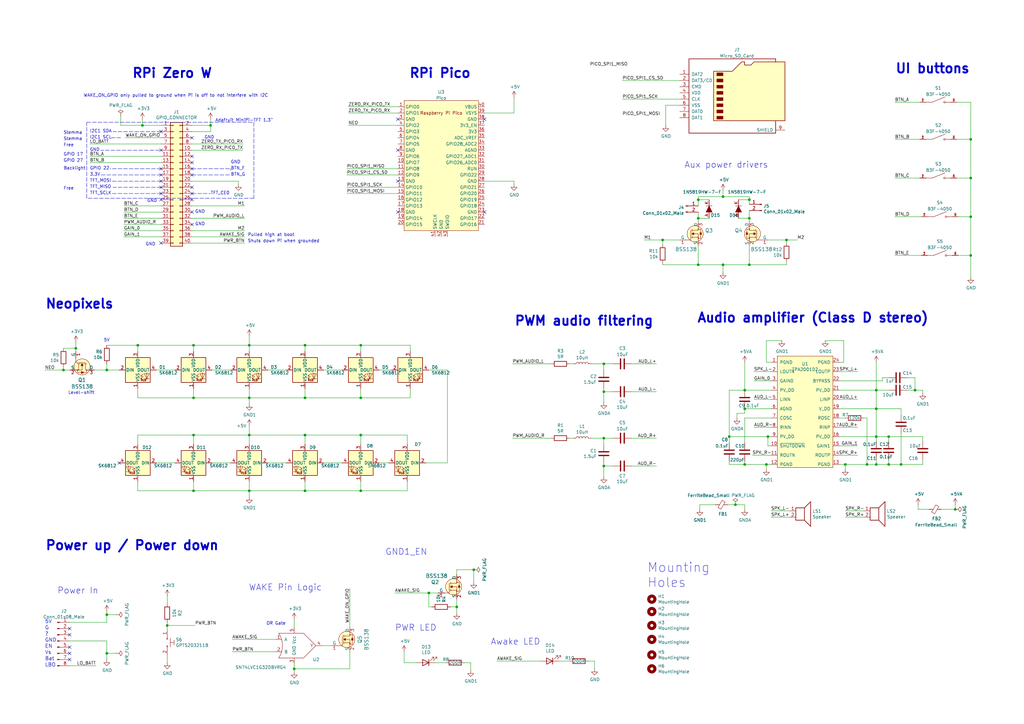
<source format=kicad_sch>
(kicad_sch (version 20211123) (generator eeschema)
  (paper "A3")
  (title_block (title "Raspberry Pi Zero (W) uHAT Template Board") (date "2019-02-28") (rev "1.0") (comment 1 "This Schematic is licensed under MIT Open Source License."))
  (junction (at 125.095 178.435))
  (junction (at 187.325 248.92))
  (junction (at 125.095 163.195))
  (junction (at 247.65 179.705))
  (junction (at 147.955 201.295))
  (junction (at 102.235 201.295))
  (junction (at 364.49 179.07))
  (junction (at 359.41 160.02))
  (junction (at 307.34 89.535))
  (junction (at 314.96 179.07))
  (junction (at 398.145 88.9))
  (junction (at 175.895 243.205))
  (junction (at 125.095 201.295))
  (junction (at 247.65 160.655))
  (junction (at 307.34 81.915))
  (junction (at 286.385 89.535))
  (junction (at 307.34 108.585))
  (junction (at 31.115 142.875))
  (junction (at 125.095 141.605))
  (junction (at 147.955 141.605))
  (junction (at 301.625 207.01))
  (junction (at 79.375 201.295))
  (junction (at 364.49 190.5))
  (junction (at 359.41 179.07))
  (junction (at 286.385 81.915))
  (junction (at 305.435 160.02))
  (junction (at 369.57 190.5))
  (junction (at 79.375 178.435))
  (junction (at 194.31 233.68))
  (junction (at 296.545 108.585))
  (junction (at 398.145 104.775))
  (junction (at 58.42 51.435))
  (junction (at 43.815 267.97))
  (junction (at 271.78 98.425))
  (junction (at 355.6 190.5))
  (junction (at 247.65 149.225))
  (junction (at 305.435 167.64))
  (junction (at 391.795 208.915))
  (junction (at 375.285 160.02))
  (junction (at 286.385 108.585))
  (junction (at 147.955 178.435))
  (junction (at 102.235 141.605))
  (junction (at 102.235 178.435))
  (junction (at 56.515 141.605))
  (junction (at 314.325 190.5))
  (junction (at 102.235 163.195))
  (junction (at 398.145 73.025))
  (junction (at 86.36 51.435))
  (junction (at 43.815 252.095))
  (junction (at 299.085 179.07))
  (junction (at 79.375 163.195))
  (junction (at 359.41 167.64))
  (junction (at 120.65 274.32))
  (junction (at 346.71 190.5))
  (junction (at 68.58 256.54))
  (junction (at 296.545 80.645))
  (junction (at 322.58 98.425))
  (junction (at 398.145 57.15))
  (junction (at 43.815 151.765))
  (junction (at 305.435 190.5))
  (junction (at 147.955 163.195))
  (junction (at 26.035 151.765))
  (junction (at 359.41 190.5))
  (junction (at 247.65 191.135))
  (junction (at 79.375 141.605))
  (no_connect (at 66.04 74.295))
  (no_connect (at 66.04 99.695))
  (no_connect (at 28.575 257.81))
  (no_connect (at 66.04 61.595))
  (no_connect (at 66.04 79.375))
  (no_connect (at 28.575 260.35))
  (no_connect (at 66.04 76.835))
  (no_connect (at 66.04 69.215))
  (no_connect (at 78.74 64.135))
  (no_connect (at 78.74 71.755))
  (no_connect (at 78.74 81.915))
  (no_connect (at -119.38 125.095))
  (no_connect (at 78.74 76.835))
  (no_connect (at 78.74 56.515))
  (no_connect (at 78.74 66.675))
  (no_connect (at 28.575 265.43))
  (no_connect (at 28.575 270.51))
  (no_connect (at 28.575 267.97))
  (no_connect (at 66.04 81.915))
  (no_connect (at 66.04 71.755))
  (no_connect (at 78.74 86.995))
  (no_connect (at 66.04 53.975))
  (no_connect (at 78.74 92.075))
  (no_connect (at 48.895 189.865))
  (no_connect (at 78.74 79.375))
  (no_connect (at 163.195 61.595))
  (no_connect (at 163.195 48.895))
  (no_connect (at 198.755 48.895))
  (no_connect (at 198.755 86.995))
  (no_connect (at 163.195 86.995))
  (no_connect (at 163.195 74.295))
  (no_connect (at 78.74 69.215))
  (wire (pts (xy 102.235 163.195) (xy 102.235 159.385)))
  (wire (pts (xy 79.375 178.435) (xy 79.375 182.245)))
  (wire (pts (xy 66.04 84.455) (xy 50.8 84.455)))
  (wire (pts (xy 125.095 163.195) (xy 125.095 159.385)))
  (wire (pts (xy 355.6 171.45) (xy 355.6 190.5)))
  (wire (pts (xy 286.385 89.535) (xy 286.385 90.805)))
  (wire (pts (xy 398.145 73.025) (xy 398.145 88.9)))
  (wire (pts (xy 314.96 179.07) (xy 299.085 179.07)))
  (wire (pts (xy 50.8 94.615) (xy 66.04 94.615)))
  (wire (pts (xy 43.815 255.27) (xy 28.575 255.27)))
  (wire (pts (xy 210.82 40.005) (xy 210.82 46.355)))
  (wire (pts (xy 398.145 88.9) (xy 393.065 88.9)))
  (wire (pts (xy 359.41 148.59) (xy 359.41 160.02)))
  (wire (pts (xy 51.435 56.515) (xy 66.04 56.515)))
  (wire (pts (xy 247.65 191.135) (xy 247.65 189.865)))
  (wire (pts (xy 305.435 171.45) (xy 305.435 181.61)))
  (wire (pts (xy 320.675 139.7) (xy 314.325 139.7)))
  (wire (pts (xy 78.74 59.055) (xy 99.695 59.055)))
  (wire (pts (xy 102.235 201.295) (xy 102.235 197.485)))
  (wire (pts (xy 299.085 160.02) (xy 305.435 160.02)))
  (wire (pts (xy 308.61 186.69) (xy 316.23 186.69)))
  (wire (pts (xy 264.16 98.425) (xy 271.78 98.425)))
  (wire (pts (xy 296.545 78.105) (xy 296.545 80.645)))
  (wire (pts (xy 309.245 156.21) (xy 316.23 156.21)))
  (wire (pts (xy 296.545 108.585) (xy 286.385 108.585)))
  (wire (pts (xy 338.455 139.7) (xy 346.075 139.7)))
  (wire (pts (xy 346.71 171.45) (xy 344.17 171.45)))
  (wire (pts (xy 187.325 248.92) (xy 187.325 251.46)))
  (wire (pts (xy 361.95 154.94) (xy 361.95 156.21)))
  (wire (pts (xy 398.145 88.9) (xy 398.145 104.775)))
  (wire (pts (xy 381 208.915) (xy 376.555 208.915)))
  (wire (pts (xy 78.74 53.975) (xy 86.36 53.975)))
  (wire (pts (xy 296.545 111.76) (xy 296.545 108.585)))
  (wire (pts (xy 210.185 149.225) (xy 226.06 149.225)))
  (polyline (pts (xy 78.74 79.375) (xy 86.36 79.375)))
  (wire (pts (xy 68.58 256.54) (xy 68.58 258.445)))
  (wire (pts (xy 78.74 99.695) (xy 100.33 99.695)))
  (wire (pts (xy 142.24 69.215) (xy 163.195 69.215)))
  (wire (pts (xy 43.815 267.97) (xy 43.815 270.51)))
  (wire (pts (xy 375.285 160.02) (xy 375.285 154.94)))
  (wire (pts (xy 43.815 151.765) (xy 48.895 151.765)))
  (wire (pts (xy 58.42 51.435) (xy 66.04 51.435)))
  (wire (pts (xy 175.895 151.765) (xy 183.515 151.765)))
  (wire (pts (xy 210.82 74.295) (xy 198.755 74.295)))
  (wire (pts (xy 147.955 163.195) (xy 147.955 159.385)))
  (wire (pts (xy 147.955 201.295) (xy 167.005 201.295)))
  (wire (pts (xy 187.325 245.745) (xy 187.325 248.92)))
  (wire (pts (xy 314.325 190.5) (xy 316.23 190.5)))
  (wire (pts (xy 100.33 97.155) (xy 78.74 97.155)))
  (wire (pts (xy 305.435 189.23) (xy 305.435 190.5)))
  (wire (pts (xy 364.49 190.5) (xy 364.49 188.595)))
  (polyline (pts (xy 78.74 69.215) (xy 94.615 69.215)))
  (wire (pts (xy 316.23 212.09) (xy 323.85 212.09)))
  (wire (pts (xy 367.03 104.775) (xy 377.825 104.775)))
  (wire (pts (xy 299.085 190.5) (xy 305.435 190.5)))
  (wire (pts (xy 247.65 160.655) (xy 247.65 159.385)))
  (wire (pts (xy 175.895 243.205) (xy 175.895 248.92)))
  (wire (pts (xy 50.8 86.995) (xy 66.04 86.995)))
  (wire (pts (xy 168.275 141.605) (xy 147.955 141.605)))
  (wire (pts (xy 56.515 163.195) (xy 79.375 163.195)))
  (wire (pts (xy 273.05 51.435) (xy 273.05 43.18)))
  (wire (pts (xy 301.625 207.01) (xy 305.435 207.01)))
  (wire (pts (xy 305.435 160.02) (xy 316.23 160.02)))
  (wire (pts (xy 142.875 46.355) (xy 163.195 46.355)))
  (wire (pts (xy 322.58 98.425) (xy 314.96 98.425)))
  (wire (pts (xy 198.755 46.355) (xy 210.82 46.355)))
  (wire (pts (xy 142.24 76.835) (xy 163.195 76.835)))
  (wire (pts (xy 165.735 271.78) (xy 170.815 271.78)))
  (polyline (pts (xy 66.04 76.835) (xy 46.355 76.835)))
  (wire (pts (xy 168.275 144.145) (xy 168.275 141.605)))
  (wire (pts (xy 302.895 81.915) (xy 307.34 81.915)))
  (wire (pts (xy 305.435 207.01) (xy 305.435 208.915)))
  (wire (pts (xy 316.23 209.55) (xy 323.85 209.55)))
  (wire (pts (xy 66.04 92.075) (xy 50.8 92.075)))
  (wire (pts (xy 100.33 94.615) (xy 78.74 94.615)))
  (wire (pts (xy 68.58 255.27) (xy 68.58 256.54)))
  (wire (pts (xy 299.085 179.07) (xy 299.085 160.02)))
  (wire (pts (xy 327.025 98.425) (xy 322.58 98.425)))
  (wire (pts (xy 64.135 189.865) (xy 71.755 189.865)))
  (wire (pts (xy 307.34 80.645) (xy 307.34 81.915)))
  (wire (pts (xy 120.65 274.32) (xy 120.65 275.59)))
  (wire (pts (xy 43.815 149.225) (xy 43.815 151.765)))
  (wire (pts (xy 78.74 51.435) (xy 86.36 51.435)))
  (wire (pts (xy 155.575 151.765) (xy 160.655 151.765)))
  (polyline (pts (xy 66.04 74.295) (xy 45.72 74.295)))
  (wire (pts (xy 314.96 182.88) (xy 316.23 182.88)))
  (wire (pts (xy 56.515 178.435) (xy 56.515 182.245)))
  (wire (pts (xy 309.245 152.4) (xy 316.23 152.4)))
  (wire (pts (xy 273.05 43.18) (xy 278.765 43.18)))
  (wire (pts (xy 314.96 179.07) (xy 314.96 182.88)))
  (wire (pts (xy 359.41 167.64) (xy 359.41 179.07)))
  (wire (pts (xy 194.31 233.68) (xy 187.325 233.68)))
  (wire (pts (xy 344.17 179.07) (xy 359.41 179.07)))
  (wire (pts (xy 296.545 80.645) (xy 286.385 80.645)))
  (wire (pts (xy 351.79 186.69) (xy 344.17 186.69)))
  (wire (pts (xy 369.57 190.5) (xy 364.49 190.5)))
  (wire (pts (xy 259.08 149.225) (xy 269.24 149.225)))
  (wire (pts (xy 364.49 179.07) (xy 364.49 180.975)))
  (wire (pts (xy 307.34 86.36) (xy 307.34 89.535)))
  (polyline (pts (xy 49.53 56.515) (xy 45.72 56.515)))
  (wire (pts (xy 135.89 264.795) (xy 132.08 264.795)))
  (wire (pts (xy 243.84 271.145) (xy 241.3 271.145)))
  (wire (pts (xy 64.135 151.765) (xy 71.755 151.765)))
  (wire (pts (xy 125.095 201.295) (xy 147.955 201.295)))
  (wire (pts (xy 68.58 256.54) (xy 80.01 256.54)))
  (wire (pts (xy 43.815 141.605) (xy 56.515 141.605)))
  (wire (pts (xy 43.815 250.825) (xy 43.815 252.095)))
  (wire (pts (xy 247.65 165.1) (xy 247.65 160.655)))
  (wire (pts (xy 355.6 190.5) (xy 359.41 190.5)))
  (wire (pts (xy 309.245 175.26) (xy 316.23 175.26)))
  (wire (pts (xy 125.095 178.435) (xy 125.095 182.245)))
  (wire (pts (xy 56.515 141.605) (xy 79.375 141.605)))
  (wire (pts (xy 344.17 160.02) (xy 359.41 160.02)))
  (wire (pts (xy 322.58 108.585) (xy 307.34 108.585)))
  (wire (pts (xy 102.235 165.735) (xy 102.235 163.195)))
  (wire (pts (xy 314.325 192.405) (xy 314.325 190.5)))
  (wire (pts (xy 143.51 241.3) (xy 143.51 257.175)))
  (wire (pts (xy 359.41 179.07) (xy 359.41 180.975)))
  (polyline (pts (xy 78.74 71.755) (xy 94.615 71.755)))
  (wire (pts (xy 386.08 208.915) (xy 391.795 208.915)))
  (wire (pts (xy 102.235 201.295) (xy 125.095 201.295)))
  (wire (pts (xy 367.03 73.025) (xy 377.19 73.025)))
  (wire (pts (xy 259.08 160.655) (xy 269.24 160.655)))
  (wire (pts (xy 398.145 104.775) (xy 393.065 104.775)))
  (wire (pts (xy 38.735 151.765) (xy 43.815 151.765)))
  (wire (pts (xy 251.46 149.225) (xy 247.65 149.225)))
  (wire (pts (xy 233.68 179.705) (xy 234.95 179.705)))
  (wire (pts (xy 26.035 151.765) (xy 28.575 151.765)))
  (wire (pts (xy 322.58 107.315) (xy 322.58 108.585)))
  (wire (pts (xy 247.65 195.58) (xy 247.65 191.135)))
  (wire (pts (xy 120.65 257.175) (xy 120.65 254)))
  (wire (pts (xy 66.04 66.675) (xy 36.83 66.675)))
  (wire (pts (xy 102.235 163.195) (xy 125.095 163.195)))
  (wire (pts (xy 242.57 149.225) (xy 247.65 149.225)))
  (wire (pts (xy 302.895 89.535) (xy 307.34 89.535)))
  (wire (pts (xy 165.735 267.335) (xy 165.735 271.78)))
  (wire (pts (xy 79.375 163.195) (xy 102.235 163.195)))
  (wire (pts (xy 175.895 243.205) (xy 179.705 243.205)))
  (wire (pts (xy 346.71 209.55) (xy 354.33 209.55)))
  (wire (pts (xy 271.78 100.33) (xy 271.78 98.425)))
  (wire (pts (xy 102.235 137.795) (xy 102.235 141.605)))
  (wire (pts (xy 307.34 81.915) (xy 307.34 83.82)))
  (wire (pts (xy 47.625 267.97) (xy 43.815 267.97)))
  (wire (pts (xy 147.955 201.295) (xy 147.955 197.485)))
  (wire (pts (xy 56.515 201.295) (xy 79.375 201.295)))
  (wire (pts (xy 183.515 189.865) (xy 174.625 189.865)))
  (wire (pts (xy 233.68 149.225) (xy 234.95 149.225)))
  (wire (pts (xy 251.46 179.705) (xy 247.65 179.705)))
  (wire (pts (xy 346.71 192.405) (xy 346.71 190.5)))
  (wire (pts (xy 178.435 271.78) (xy 182.88 271.78)))
  (wire (pts (xy 378.46 161.29) (xy 378.46 160.02)))
  (wire (pts (xy 167.005 182.245) (xy 167.005 178.435)))
  (wire (pts (xy 307.34 100.965) (xy 307.34 108.585)))
  (wire (pts (xy 95.25 267.335) (xy 113.03 267.335)))
  (wire (pts (xy 351.79 182.88) (xy 344.17 182.88)))
  (wire (pts (xy 398.145 57.15) (xy 398.145 73.025)))
  (wire (pts (xy 125.095 178.435) (xy 147.955 178.435)))
  (wire (pts (xy 398.145 57.15) (xy 392.43 57.15)))
  (polyline (pts (xy 35.56 81.28) (xy 35.56 50.165)))
  (wire (pts (xy 359.41 190.5) (xy 364.49 190.5)))
  (polyline (pts (xy 65.405 61.595) (xy 41.275 61.595)))
  (wire (pts (xy 193.04 271.78) (xy 190.5 271.78)))
  (wire (pts (xy 299.085 181.61) (xy 299.085 179.07)))
  (wire (pts (xy 56.515 197.485) (xy 56.515 201.295)))
  (wire (pts (xy 86.995 189.865) (xy 94.615 189.865)))
  (wire (pts (xy 298.45 207.01) (xy 301.625 207.01)))
  (wire (pts (xy 79.375 178.435) (xy 102.235 178.435)))
  (wire (pts (xy 361.95 156.21) (xy 344.17 156.21)))
  (wire (pts (xy 142.24 79.375) (xy 163.195 79.375)))
  (wire (pts (xy 183.515 151.765) (xy 183.515 189.865)))
  (wire (pts (xy 142.24 71.755) (xy 163.195 71.755)))
  (wire (pts (xy 58.42 48.895) (xy 58.42 51.435)))
  (wire (pts (xy 302.26 169.545) (xy 305.435 169.545)))
  (wire (pts (xy 36.83 59.055) (xy 66.04 59.055)))
  (wire (pts (xy 167.005 178.435) (xy 147.955 178.435)))
  (wire (pts (xy 79.375 141.605) (xy 79.375 144.145)))
  (polyline (pts (xy 104.14 50.165) (xy 104.14 81.28)))
  (wire (pts (xy 43.815 262.89) (xy 43.815 267.97)))
  (wire (pts (xy 398.145 41.91) (xy 398.145 57.15)))
  (wire (pts (xy 369.57 177.8) (xy 369.57 190.5)))
  (wire (pts (xy 56.515 144.145) (xy 56.515 141.605)))
  (wire (pts (xy 125.095 163.195) (xy 147.955 163.195)))
  (wire (pts (xy 78.74 89.535) (xy 100.33 89.535)))
  (wire (pts (xy 344.17 167.64) (xy 359.41 167.64)))
  (wire (pts (xy 159.385 189.865) (xy 155.575 189.865)))
  (wire (pts (xy 355.6 171.45) (xy 354.33 171.45)))
  (wire (pts (xy 287.02 208.915) (xy 287.02 207.01)))
  (wire (pts (xy 95.25 262.255) (xy 113.03 262.255)))
  (polyline (pts (xy 66.04 69.215) (xy 45.085 69.215)))
  (wire (pts (xy 299.085 189.23) (xy 299.085 190.5)))
  (wire (pts (xy 346.075 148.59) (xy 344.17 148.59)))
  (polyline (pts (xy 94.615 69.215) (xy 94.615 69.85)))
  (wire (pts (xy 290.83 89.535) (xy 286.385 89.535)))
  (wire (pts (xy 66.04 89.535) (xy 50.8 89.535)))
  (wire (pts (xy 50.8 97.155) (xy 66.04 97.155)))
  (wire (pts (xy 351.79 163.83) (xy 344.17 163.83)))
  (wire (pts (xy 142.875 43.815) (xy 163.195 43.815)))
  (wire (pts (xy 305.435 190.5) (xy 314.325 190.5)))
  (wire (pts (xy 369.57 167.64) (xy 369.57 170.18)))
  (wire (pts (xy 47.625 252.095) (xy 43.815 252.095)))
  (wire (pts (xy 86.995 151.765) (xy 94.615 151.765)))
  (wire (pts (xy 147.955 141.605) (xy 147.955 144.145)))
  (wire (pts (xy 367.03 41.91) (xy 377.19 41.91)))
  (wire (pts (xy 287.02 207.01) (xy 293.37 207.01)))
  (wire (pts (xy 346.71 190.5) (xy 344.17 190.5)))
  (wire (pts (xy 351.79 175.26) (xy 344.17 175.26)))
  (wire (pts (xy 271.78 107.95) (xy 271.78 108.585)))
  (wire (pts (xy 364.49 160.02) (xy 359.41 160.02)))
  (wire (pts (xy 359.41 188.595) (xy 359.41 190.5)))
  (wire (pts (xy 378.46 179.07) (xy 378.46 180.975)))
  (wire (pts (xy 378.46 190.5) (xy 369.57 190.5)))
  (wire (pts (xy 43.815 252.095) (xy 43.815 255.27)))
  (wire (pts (xy 100.33 84.455) (xy 78.74 84.455)))
  (wire (pts (xy 307.34 89.535) (xy 307.34 90.805)))
  (wire (pts (xy 316.23 171.45) (xy 305.435 171.45)))
  (wire (pts (xy 305.435 169.545) (xy 305.435 167.64)))
  (wire (pts (xy 26.035 142.875) (xy 31.115 142.875)))
  (wire (pts (xy 286.385 81.915) (xy 286.385 84.455)))
  (wire (pts (xy 367.03 57.15) (xy 377.19 57.15)))
  (wire (pts (xy 316.23 179.07) (xy 314.96 179.07)))
  (wire (pts (xy 398.145 104.775) (xy 398.145 113.665)))
  (wire (pts (xy 168.275 163.195) (xy 168.275 159.385)))
  (wire (pts (xy 346.71 190.5) (xy 355.6 190.5)))
  (wire (pts (xy 398.145 41.91) (xy 392.43 41.91)))
  (polyline (pts (xy 66.04 53.975) (xy 46.355 53.975)))
  (wire (pts (xy 18.415 151.765) (xy 26.035 151.765)))
  (wire (pts (xy 251.46 160.655) (xy 247.65 160.655)))
  (wire (pts (xy 187.325 233.68) (xy 187.325 235.585)))
  (wire (pts (xy 322.58 99.695) (xy 322.58 98.425)))
  (wire (pts (xy 79.375 201.295) (xy 102.235 201.295)))
  (wire (pts (xy 364.49 154.94) (xy 361.95 154.94)))
  (wire (pts (xy 49.53 47.625) (xy 49.53 51.435)))
  (wire (pts (xy 247.65 149.225) (xy 247.65 151.765)))
  (wire (pts (xy 31.115 142.875) (xy 31.115 144.145)))
  (wire (pts (xy 109.855 151.765) (xy 117.475 151.765)))
  (wire (pts (xy 39.37 273.05) (xy 28.575 273.05)))
  (wire (pts (xy 56.515 178.435) (xy 79.375 178.435)))
  (wire (pts (xy 79.375 201.295) (xy 79.375 197.485)))
  (wire (pts (xy 31.115 140.335) (xy 31.115 142.875)))
  (wire (pts (xy 378.46 188.595) (xy 378.46 190.5)))
  (wire (pts (xy 259.08 191.135) (xy 269.24 191.135)))
  (wire (pts (xy 305.435 148.59) (xy 305.435 160.02)))
  (wire (pts (xy 102.235 141.605) (xy 102.235 144.145)))
  (wire (pts (xy 36.83 64.135) (xy 66.04 64.135)))
  (wire (pts (xy 375.285 154.94) (xy 372.11 154.94)))
  (wire (pts (xy 210.82 75.565) (xy 210.82 74.295)))
  (wire (pts (xy 143.51 267.335) (xy 143.51 274.32)))
  (wire (pts (xy 242.57 179.705) (xy 247.65 179.705)))
  (wire (pts (xy 302.26 171.45) (xy 302.26 169.545)))
  (wire (pts (xy 102.235 141.605) (xy 125.095 141.605)))
  (wire (pts (xy 259.08 179.705) (xy 269.24 179.705)))
  (wire (pts (xy 286.385 86.995) (xy 286.385 89.535)))
  (polyline (pts (xy 104.14 81.28) (xy 35.56 81.28)))
  (polyline (pts (xy 66.04 71.755) (xy 41.275 71.755)))
  (wire (pts (xy 142.875 51.435) (xy 163.195 51.435)))
  (wire (pts (xy 78.74 74.295) (xy 97.79 74.295)))
  (wire (pts (xy 247.65 179.705) (xy 247.65 182.245)))
  (wire (pts (xy 78.74 61.595) (xy 99.695 61.595)))
  (wire (pts (xy 187.325 248.92) (xy 184.785 248.92)))
  (wire (pts (xy 140.335 189.865) (xy 132.715 189.865)))
  (wire (pts (xy 286.385 108.585) (xy 286.385 100.965)))
  (wire (pts (xy 255.27 33.02) (xy 278.765 33.02)))
  (wire (pts (xy 49.53 51.435) (xy 58.42 51.435)))
  (wire (pts (xy 117.475 189.865) (xy 109.855 189.865)))
  (wire (pts (xy 26.035 150.495) (xy 26.035 151.765)))
  (wire (pts (xy 147.955 163.195) (xy 168.275 163.195)))
  (wire (pts (xy 203.835 271.145) (xy 221.615 271.145)))
  (wire (pts (xy 359.41 179.07) (xy 364.49 179.07)))
  (wire (pts (xy 210.185 179.705) (xy 226.06 179.705)))
  (wire (pts (xy 79.375 141.605) (xy 102.235 141.605)))
  (wire (pts (xy 68.58 271.78) (xy 68.58 268.605)))
  (wire (pts (xy 364.49 179.07) (xy 378.46 179.07)))
  (wire (pts (xy 79.375 163.195) (xy 79.375 159.385)))
  (wire (pts (xy 271.78 108.585) (xy 286.385 108.585)))
  (wire (pts (xy 147.955 178.435) (xy 147.955 182.245)))
  (wire (pts (xy 290.83 81.915) (xy 286.385 81.915)))
  (wire (pts (xy 86.36 48.895) (xy 86.36 51.435)))
  (wire (pts (xy 229.235 271.145) (xy 233.68 271.145)))
  (wire (pts (xy 351.79 152.4) (xy 344.17 152.4)))
  (wire (pts (xy 255.27 40.64) (xy 278.765 40.64)))
  (wire (pts (xy 359.41 167.64) (xy 359.41 160.02)))
  (wire (pts (xy 193.04 271.78) (xy 193.04 274.955)))
  (polyline (pts (xy 35.56 50.165) (xy 104.14 50.165)))
  (wire (pts (xy 376.555 208.915) (xy 376.555 207.01)))
  (wire (pts (xy 314.325 148.59) (xy 316.23 148.59)))
  (wire (pts (xy 346.71 212.09) (xy 354.33 212.09)))
  (wire (pts (xy 367.03 88.9) (xy 377.825 88.9)))
  (wire (pts (xy 143.51 274.32) (xy 120.65 274.32)))
  (wire (pts (xy 167.005 201.295) (xy 167.005 197.485)))
  (wire (pts (xy 286.385 80.645) (xy 286.385 81.915)))
  (wire (pts (xy 391.795 208.915) (xy 391.795 207.01)))
  (wire (pts (xy 375.285 160.02) (xy 372.11 160.02)))
  (wire (pts (xy 307.34 108.585) (xy 296.545 108.585)))
  (wire (pts (xy 161.925 243.205) (xy 175.895 243.205)))
  (wire (pts (xy 120.65 272.415) (xy 120.65 274.32)))
  (wire (pts (xy 132.715 151.765) (xy 140.335 151.765)))
  (wire (pts (xy 102.235 203.835) (xy 102.235 201.295)))
  (polyline (pts (xy 66.04 79.375) (xy 45.72 79.375)))
  (wire (pts (xy 243.84 271.145) (xy 243.84 274.32)))
  (wire (pts (xy 398.145 73.025) (xy 392.43 73.025)))
  (wire (pts (xy 177.165 248.92) (xy 175.895 248.92)))
  (wire (pts (xy 314.325 139.7) (xy 314.325 148.59)))
  (wire (pts (xy 43.815 262.89) (xy 28.575 262.89)))
  (wire (pts (xy 56.515 159.385) (xy 56.515 163.195)))
  (wire (pts (xy 97.79 74.295) (xy 97.79 75.565)))
  (wire (pts (xy 86.36 53.975) (xy 86.36 51.435)))
  (wire (pts (xy 346.075 139.7) (xy 346.075 148.59)))
  (wire (pts (xy 309.245 163.83) (xy 316.23 163.83)))
  (wire (pts (xy 102.235 178.435) (xy 102.235 182.245)))
  (wire (pts (xy 102.235 178.435) (xy 125.095 178.435)))
  (wire (pts (xy 378.46 160.02) (xy 375.285 160.02)))
  (wire (pts (xy 316.23 167.64) (xy 305.435 167.64)))
  (wire (pts (xy 271.78 98.425) (xy 278.765 98.425)))
  (wire (pts (xy 125.095 201.295) (xy 125.095 197.485)))
  (wire (pts (xy 125.095 141.605) (xy 147.955 141.605)))
  (wire (pts (xy 296.545 80.645) (xy 307.34 80.645)))
  (wire (pts (xy 68.58 244.475) (xy 68.58 247.65)))
  (wire (pts (xy 102.235 174.625) (xy 102.235 178.435)))
  (wire (pts (xy 194.31 238.76) (xy 194.31 233.68)))
  (wire (pts (xy 251.46 191.135) (xy 247.65 191.135)))
  (wire (pts (xy 359.41 167.64) (xy 369.57 167.64)))
  (wire (pts (xy 125.095 141.605) (xy 125.095 144.145)))
  (text "5V" (at 18.415 255.905 0) (effects (font (size 1.4986 1.4986)) (justify left bottom)))
  (text "WAKE_ON_GPIO only pulled to ground when Pi is off to not interfere with I2C" (at 34.29 40.005 0) (effects (font (size 1.27 1.27)) (justify left bottom)))
  (text "Free" (at 26.035 78.105 0) (effects (font (size 1.27 1.27)) (justify left bottom)))
  (text "Power up / Power down" (at 18.415 226.06 0) (effects (font (size 3.81 3.81) (thickness 0.762) bold) (justify left bottom)))
  (text "?" (at 18.415 260.985 0) (effects (font (size 1.4986 1.4986)) (justify left bottom)))
  (text "3.3V" (at 36.83 72.39 0) (effects (font (size 1.27 1.27)) (justify left bottom)))
  (text "G" (at 18.415 258.445 0) (effects (font (size 1.4986 1.4986)) (justify left bottom)))
  (text "OR Gate" (at 109.22 256.54 0) (effects (font (size 1.27 1.27)) (justify left bottom)))
  (text "I2C1 SDA" (at 36.83 54.61 0) (effects (font (size 1.27 1.27)) (justify left bottom)))
  (text "GND" (at 94.615 67.31 0) (effects (font (size 1.27 1.27)) (justify left bottom)))
  (text "Awake LED" (at 221.615 264.795 180) (effects (font (size 2.54 2.54)) (justify right bottom)))
  (text "Free" (at 26.035 60.325 0) (effects (font (size 1.27 1.27)) (justify left bottom)))
  (text "UI buttons" (at 367.03 30.48 0) (effects (font (size 3.81 3.81) (thickness 0.762) bold) (justify left bottom)))
  (text "Audio amplifier (Class D stereo)" (at 285.75 132.715 0) (effects (font (size 3.81 3.81) (thickness 0.762) bold) (justify left bottom)))
  (text "LBO" (at 18.415 273.685 0) (effects (font (size 1.4986 1.4986)) (justify left bottom)))
  (text "TFT_CE0" (at 86.36 80.01 0) (effects (font (size 1.27 1.27)) (justify left bottom)))
  (text "Pulled high at boot" (at 101.6 97.155 0) (effects (font (size 1.27 1.27)) (justify left bottom)))
  (text "Shuts down Pi when grounded" (at 101.6 99.695 0) (effects (font (size 1.27 1.27)) (justify left bottom)))
  (text "Power In" (at 23.495 243.84 0) (effects (font (size 2.54 2.54)) (justify left bottom)))
  (text "Vs" (at 18.415 268.605 0) (effects (font (size 1.4986 1.4986)) (justify left bottom)))
  (text "Stemma" (at 26.035 55.245 0) (effects (font (size 1.27 1.27)) (justify left bottom)))
  (text "GND" (at 59.69 100.965 0) (effects (font (size 1.27 1.27)) (justify left bottom)))
  (text "RPi Pico" (at 167.64 32.385 0) (effects (font (size 3.81 3.81) (thickness 0.762) bold) (justify left bottom)))
  (text "BTN_G" (at 94.615 72.39 0) (effects (font (size 1.27 1.27)) (justify left bottom)))
  (text "TFT_MISO" (at 36.83 77.47 0) (effects (font (size 1.27 1.27)) (justify left bottom)))
  (text "I2C1 SCL" (at 36.83 57.15 0) (effects (font (size 1.27 1.27)) (justify left bottom)))
  (text "Backlight" (at 26.035 69.85 0) (effects (font (size 1.27 1.27)) (justify left bottom)))
  (text "EN" (at 18.415 266.065 0) (effects (font (size 1.4986 1.4986)) (justify left bottom)))
  (text "GND" (at 83.82 57.15 0) (effects (font (size 1.27 1.27)) (justify left bottom)))
  (text "Power / grounding strategy: \n- GND1 is disconnected when Pi turns off, to save power\n- Pi is powered off via GPIO21 (pin 40). PWR_BTN connects directly to this\n- Pi wakes up via grounding of GPIO3 (pin 5)\n- GPIO3 is protected from being pulled down when Pi is on by OR\n- GNDA is connected to GND1 via single point" (at 167.005 332.74 0) (effects (font (size 2.54 2.54)) (justify left bottom)))
  (text "GND1_EN" (at 175.26 227.965 180) (effects (font (size 2.54 2.54)) (justify right bottom)))
  (text "5V" (at 42.545 140.335 0) (effects (font (size 1.27 1.27)) (justify left bottom)))
  (text "PWM audio filtering\n" (at 210.82 133.985 0) (effects (font (size 3.81 3.81) (thickness 0.762) bold) (justify left bottom)))
  (text "RPi Zero:\n- Drives display\n- Communicates over wifi\n- Runs main python code for games, menu, etc\n\nRPi pico\n- Drives neopixels\n- Drives audio?\n- " (at 8.255 412.115 0) (effects (font (size 2.4892 2.4892)) (justify left bottom)))
  (text "GND" (at 60.325 83.185 0) (effects (font (size 1.27 1.27)) (justify left bottom)))
  (text "Bat" (at 18.415 271.145 0) (effects (font (size 1.4986 1.4986)) (justify left bottom)))
  (text "GND" (at 80.01 92.71 0) (effects (font (size 1.27 1.27)) (justify left bottom)))
  (text "TFT_MOSI" (at 36.83 74.93 0) (effects (font (size 1.27 1.27)) (justify left bottom)))
  (text "PWR LED" (at 179.07 259.08 180) (effects (font (size 2.54 2.54)) (justify right bottom)))
  (text "Neopixels" (at 18.415 127 0) (effects (font (size 3.81 3.81) (thickness 0.762) bold) (justify left bottom)))
  (text "Ideas for programs:\n- Music player (tracks in file?)\n- Story player (tracks in file?)\n- Rainbow maker (Kid controls RGB LEDs manually. state is saved)\n- Memory game\n- Quiz questions (from parental input)\n- Calendar\n- Weather\n- Python video games w/ buttons\n- Motor driver output\n- Programmable current source for science experiments" (at 9.525 351.79 0) (effects (font (size 2.4892 2.4892)) (justify left bottom)))
  (text "BTN_F" (at 94.615 69.85 0) (effects (font (size 1.27 1.27)) (justify left bottom)))
  (text "GND" (at 80.01 87.63 0) (effects (font (size 1.27 1.27)) (justify left bottom)))
  (text "RPi Zero W" (at 53.975 32.385 0) (effects (font (size 3.81 3.81) (thickness 0.762) bold) (justify left bottom)))
  (text "GPIO 27" (at 26.035 66.675 0) (effects (font (size 1.27 1.27)) (justify left bottom)))
  (text "TFT_SCLK" (at 36.83 80.01 0) (effects (font (size 1.27 1.27)) (justify left bottom)))
  (text "GPIO 22" (at 36.83 69.85 0) (effects (font (size 1.27 1.27)) (justify left bottom)))
  (text "Aux power drivers" (at 280.67 69.215 0) (effects (font (size 2.54 2.54)) (justify left bottom)))
  (text "GND" (at 18.415 263.525 0) (effects (font (size 1.4986 1.4986)) (justify left bottom)))
  (text "Mounting\nHoles" (at 265.43 241.3 0) (effects (font (size 3.81 3.81)) (justify left bottom)))
  (text "Stemma" (at 26.035 57.785 0) (effects (font (size 1.27 1.27)) (justify left bottom)))
  (text "WAKE Pin Logic" (at 132.08 242.57 180) (effects (font (size 2.54 2.54)) (justify right bottom)))
  (text "GND" (at 36.83 62.23 0) (effects (font (size 1.27 1.27)) (justify left bottom)))
  (text "Level-shift" (at 27.94 161.925 0) (effects (font (size 1.27 1.27)) (justify left bottom)))
  (text "Adafruit MiniPi-TFT 1.3”" (at 88.265 50.165 0) (effects (font (size 1.27 1.27)) (justify left bottom)))
  (text "GPIO 17" (at 26.035 64.135 0) (effects (font (size 1.27 1.27)) (justify left bottom)))
  (label "AUD_R+" (at 351.79 175.26 180))
  (label "M1" (at 264.16 98.425 0))
  (label "M2" (at 327.025 98.425 0))
  (label "PICO_SPI1_SCK" (at 255.27 40.64 0))
  (label "M2" (at 100.33 94.615 180))
  (label "ZERO_TX_PICO_RX" (at 99.695 59.055 180))
  (label "BTN_C" (at 367.03 73.025 0))
  (label "LO_BATT" (at 36.83 59.055 0))
  (label "BTN_B" (at 36.83 66.675 0))
  (label "SPK_R+" (at 346.71 212.09 0))
  (label "NEO" (at 18.415 151.765 0))
  (label "PICO_SPI1_MISO" (at 142.24 69.215 0))
  (label "GAIN_1" (at 351.79 182.88 180))
  (label "ZERO_TX_PICO_RX" (at 142.875 46.355 0))
  (label "LO_BATT" (at 39.37 273.05 180))
  (label "BTN_C" (at 50.8 84.455 0))
  (label "BTN_A" (at 36.83 64.135 0))
  (label "BTN_D" (at 50.8 86.995 0))
  (label "AUD_L+" (at 269.24 149.225 180))
  (label "AUD_L-" (at 309.245 163.83 0))
  (label "SPK_L-" (at 316.23 209.55 0))
  (label "M1" (at 100.33 84.455 180))
  (label "SPK_L+" (at 316.23 212.09 0))
  (label "AWAKE_SIG" (at 161.925 243.205 0))
  (label "BTN_E" (at 367.03 104.775 0))
  (label "AUD_L+" (at 351.79 163.83 180))
  (label "AUD_R+" (at 269.24 179.705 180))
  (label "PWR_BTN" (at 95.25 267.335 0))
  (label "SPK_L-" (at 309.245 152.4 0))
  (label "GAIN_0" (at 309.245 156.21 0))
  (label "BTN_B" (at 367.03 57.15 0))
  (label "BTN_D" (at 367.03 88.9 0))
  (label "AUD_R-" (at 269.24 191.135 180))
  (label "AUD_R-" (at 309.245 175.26 0))
  (label "AUD_L-" (at 269.24 160.655 180))
  (label "BTN_E" (at 50.8 89.535 0))
  (label "PICO_SPI1_CS_SD" (at 142.24 71.755 0))
  (label "SPK_L+" (at 351.79 152.4 180))
  (label "PWM_AUDIO_L" (at 100.33 89.535 180))
  (label "PWM_AUDIO_L" (at 210.185 149.225 0))
  (label "PWR_BTN" (at 100.33 99.695 180))
  (label "PICO_SPI1_MISO" (at 241.935 27.305 0))
  (label "PICO_SPI1_MOSI" (at 142.24 79.375 0))
  (label "BTN_A" (at 367.03 41.91 0))
  (label "PICO_SPI1_SCK" (at 142.24 76.835 0))
  (label "NEO" (at 142.875 51.435 0))
  (label "AWAKE_SIG" (at 203.835 271.145 0))
  (label "PWM_AUDIO_R" (at 50.8 92.075 0))
  (label "WAKE_ON_GPIO" (at 143.51 241.3 270))
  (label "SPK_R+" (at 351.79 186.69 180))
  (label "ZERO_RX_PICO_TX" (at 99.695 61.595 180))
  (label "SPK_R-" (at 346.71 209.55 0))
  (label "PWM_AUDIO_R" (at 210.185 179.705 0))
  (label "GAIN_1" (at 50.8 97.155 0))
  (label "AWAKE_SIG" (at 95.25 262.255 0))
  (label "WAKE_ON_GPIO" (at 51.435 56.515 0))
  (label "PICO_SPI1_MOSI" (at 255.27 47.625 0))
  (label "PICO_SPI1_CS_SD" (at 255.27 33.02 0))
  (label "PWR_BTN" (at 80.01 256.54 0))
  (label "AWAKE_SIG" (at 100.33 97.155 180))
  (label "GAIN_0" (at 50.8 94.615 0))
  (label "SPK_R-" (at 308.61 186.69 0))
  (label "ZERO_RX_PICO_TX" (at 142.875 43.815 0))
  (symbol (lib_id "RainbowPlay-rescue:Conn_02x20_Odd_Even-Connector_Generic") (at 71.12 74.295 0) (unit 1)
    (property "Reference" "J1" (at 72.39 45.9232 0))
    (property "Value" "GPIO_CONNECTOR" (at 72.39 48.2346 0))
    (property "Footprint" "Connector_PinSocket_2.54mm:PinSocket_2x20_P2.54mm_Vertical" (effects hide))
  )
  (symbol (lib_id "RainbowPlay-rescue:+3.3V-power") (at 58.42 48.895 0) (unit 1)
    (property "Reference" "#PWR01" (effects hide))
    (property "Value" "+3.3V" (at 58.801 44.5008 0))
  )
  (symbol (lib_id "RainbowPlay-rescue:PWR_FLAG-power") (at 49.53 47.625 0) (unit 1)
    (property "Reference" "#FLG01" (effects hide))
    (property "Value" "PWR_FLAG" (at 49.53 43.2054 0))
  )
  (symbol (lib_id "RainbowPlay-rescue:MountingHole-Mechanical") (at 267.335 245.745 0) (unit 1)
    (property "Reference" "H1" (at 269.875 244.5766 0) (effects (justify left)))
    (property "Value" "MountingHole" (at 269.875 246.888 0) (effects (justify left)))
    (property "Footprint" "MountingHole:MountingHole_2.7mm" (effects hide))
  )
  (symbol (lib_id "RainbowPlay-rescue:MountingHole-Mechanical") (at 267.335 250.825 0) (unit 1)
    (property "Reference" "H2" (at 269.875 249.6566 0) (effects (justify left)))
    (property "Value" "MountingHole" (at 269.875 251.968 0) (effects (justify left)))
    (property "Footprint" "MountingHole:MountingHole_2.7mm" (effects hide))
  )
  (symbol (lib_id "RainbowPlay-rescue:MountingHole-Mechanical") (at 267.335 256.54 0) (unit 1)
    (property "Reference" "H3" (at 269.875 255.3716 0) (effects (justify left)))
    (property "Value" "MountingHole" (at 269.875 257.683 0) (effects (justify left)))
    (property "Footprint" "MountingHole:MountingHole_2.7mm" (effects hide))
  )
  (symbol (lib_id "RainbowPlay-rescue:MountingHole-Mechanical") (at 267.335 262.255 0) (unit 1)
    (property "Reference" "H4" (at 269.875 261.0866 0) (effects (justify left)))
    (property "Value" "MountingHole" (at 269.875 263.398 0) (effects (justify left)))
    (property "Footprint" "MountingHole:MountingHole_2.7mm" (effects hide))
  )
  (symbol (lib_id "RainbowPlay-rescue:PWR_FLAG-power") (at 47.625 252.095 270) (unit 1)
    (property "Reference" "#FLG03" (effects hide))
    (property "Value" "PWR_FLAG" (at 52.0446 252.095 0))
  )
  (symbol (lib_id "RainbowPlay-rescue:PWR_FLAG-power") (at 47.625 267.97 270) (unit 1)
    (property "Reference" "#FLG04" (effects hide))
    (property "Value" "PWR_FLAG" (at 52.0446 267.97 0))
  )
  (symbol (lib_id "Device:C") (at 255.27 191.135 270) (unit 1)
    (property "Reference" "C7" (at 255.27 195.199 90))
    (property "Value" "10uF" (at 255.27 197.5104 90))
    (property "Footprint" "Capacitor_SMD:C_0603_1608Metric" (effects hide))
  )
  (symbol (lib_id "Device:R") (at 229.87 179.705 270) (unit 1)
    (property "Reference" "R1" (at 229.87 174.4472 90))
    (property "Value" "5R" (at 229.87 176.7586 90))
    (property "Footprint" "Resistor_SMD:R_0603_1608Metric" (effects hide))
  )
  (symbol (lib_id "Device:C") (at 247.65 186.055 0) (unit 1)
    (property "Reference" "C1" (at 244.7544 184.8866 0) (effects (justify right)))
    (property "Value" "1.5uF" (at 244.7544 187.198 0) (effects (justify right)))
    (property "Footprint" "Capacitor_SMD:C_0603_1608Metric" (effects hide))
  )
  (symbol (lib_id "power:+5V") (at 86.36 48.895 0) (unit 1)
    (property "Reference" "#PWR04" (effects hide))
    (property "Value" "+5V" (at 86.741 44.5008 0))
  )
  (symbol (lib_id "RainbowPlay:TPA2001D2") (at 330.2 168.91 0) (unit 1)
    (property "Reference" "U1" (at 330.2 149.225 0))
    (property "Value" "TPA2001D2" (at 330.2 151.5364 0))
    (property "Footprint" "Package_SO:HTSSOP-24-1EP_4.4x7.8mm_P0.65mm_EP3.2x5mm" (effects hide))
    (property "Datasheet" "https://www.ti.com/lit/ds/symlink/tpa2001d2.pdf?HQS=dis-dk-null-digikeymode-dsf-pf-null-wwe&ts=1626665696615&ref_url=https%253A%252F%252Fwww.ti.com%252Fgeneral%252Fdocs%252Fsuppproductinfo.tsp%253FdistId%253D10%2526gotoUrl%253Dhttps%253A%252F%252Fwww.ti.com%252Flit%252Fgpn%252Ftpa2001d2" (effects hide))
    (property "Price" "2.31" (effects hide))
    (property "Vendor" "Digikay" (effects hide))
  )
  (symbol (lib_id "Device:L") (at 238.76 179.705 90) (unit 1)
    (property "Reference" "L1" (at 238.76 174.879 90))
    (property "Value" "10uH" (at 238.76 177.1904 90))
    (property "Footprint" "Inductor_SMD:L_0603_1608Metric" (effects hide))
    (property "Part number" "ASMCI-0603-100M-T\r" (effects hide))
    (property "Vendor" "Digikey" (effects hide))
    (property "Price" "$0.22\r" (effects hide))
  )
  (symbol (lib_id "Device:Speaker") (at 328.93 209.55 0) (unit 1)
    (property "Reference" "LS1" (at 333.248 209.6516 0) (effects (justify left)))
    (property "Value" "Speaker" (at 333.248 211.963 0) (effects (justify left)))
    (property "Footprint" "Connector_PinHeader_2.54mm:PinHeader_1x02_P2.54mm_Vertical" (effects hide))
  )
  (symbol (lib_id "Device:Speaker") (at 359.41 209.55 0) (unit 1)
    (property "Reference" "LS2" (at 363.728 209.6516 0) (effects (justify left)))
    (property "Value" "Speaker" (at 363.728 211.963 0) (effects (justify left)))
    (property "Footprint" "Connector_PinHeader_2.54mm:PinHeader_1x02_P2.54mm_Vertical" (effects hide))
  )
  (symbol (lib_id "power:+5V") (at 43.815 250.825 0) (unit 1)
    (property "Reference" "#PWR0108" (effects hide))
    (property "Value" "+5V" (at 44.196 246.4308 0))
  )
  (symbol (lib_id "power:GND") (at 43.815 270.51 0) (unit 1)
    (property "Reference" "#PWR0109" (effects hide))
    (property "Value" "GND" (at 43.942 274.9042 0))
  )
  (symbol (lib_id "LED:SK6812") (at 56.515 151.765 0) (unit 1)
    (property "Reference" "D1" (at 65.2526 150.5966 0) (effects (justify left)))
    (property "Value" "SK6812" (at 65.2526 152.908 0) (effects (justify left)))
    (property "Footprint" "LED_SMD:LED_SK6812_PLCC4_5.0x5.0mm_P3.2mm" (effects hide))
    (property "Datasheet" "https://cdn-shop.adafruit.com/product-files/1138/SK6812+LED+datasheet+.pdf" (effects hide))
  )
  (symbol (lib_id "LED:SK6812") (at 79.375 151.765 0) (unit 1)
    (property "Reference" "D2" (at 88.1126 150.5966 0) (effects (justify left)))
    (property "Value" "SK6812" (at 88.1126 152.908 0) (effects (justify left)))
    (property "Footprint" "LED_SMD:LED_SK6812_PLCC4_5.0x5.0mm_P3.2mm" (effects hide))
    (property "Datasheet" "https://cdn-shop.adafruit.com/product-files/1138/SK6812+LED+datasheet+.pdf" (effects hide))
  )
  (symbol (lib_id "LED:SK6812") (at 102.235 151.765 0) (unit 1)
    (property "Reference" "D3" (at 110.9726 150.5966 0) (effects (justify left)))
    (property "Value" "SK6812" (at 110.9726 152.908 0) (effects (justify left)))
    (property "Footprint" "LED_SMD:LED_SK6812_PLCC4_5.0x5.0mm_P3.2mm" (effects hide))
    (property "Datasheet" "https://cdn-shop.adafruit.com/product-files/1138/SK6812+LED+datasheet+.pdf" (effects hide))
  )
  (symbol (lib_id "LED:SK6812") (at 125.095 151.765 0) (unit 1)
    (property "Reference" "D4" (at 133.8326 150.5966 0) (effects (justify left)))
    (property "Value" "SK6812" (at 133.8326 152.908 0) (effects (justify left)))
    (property "Footprint" "LED_SMD:LED_SK6812_PLCC4_5.0x5.0mm_P3.2mm" (effects hide))
    (property "Datasheet" "https://cdn-shop.adafruit.com/product-files/1138/SK6812+LED+datasheet+.pdf" (effects hide))
  )
  (symbol (lib_id "LED:SK6812") (at 147.955 151.765 0) (unit 1)
    (property "Reference" "D5" (at 156.6926 150.5966 0) (effects (justify left)))
    (property "Value" "SK6812" (at 156.6926 152.908 0) (effects (justify left)))
    (property "Footprint" "LED_SMD:LED_SK6812_PLCC4_5.0x5.0mm_P3.2mm" (effects hide))
    (property "Datasheet" "https://cdn-shop.adafruit.com/product-files/1138/SK6812+LED+datasheet+.pdf" (effects hide))
  )
  (symbol (lib_id "power:+5V") (at 102.235 137.795 0) (unit 1)
    (property "Reference" "#PWR0111" (effects hide))
    (property "Value" "+5V" (at 102.616 133.4008 0))
  )
  (symbol (lib_id "dk_Transistors-FETs-MOSFETs-Single:BSS138") (at 33.655 151.765 270) (unit 1)
    (property "Reference" "Q1" (at 33.655 155.8544 90) (effects (font (size 1.524 1.524))))
    (property "Value" "BSS138" (at 33.655 158.5468 90) (effects (font (size 1.524 1.524))))
    (property "Footprint" "digikey-footprints:SOT-23-3" (effects hide))
    (property "Datasheet" "https://www.onsemi.com/pub/Collateral/BSS138-D.PDF" (effects hide))
    (property "Digi-Key_PN" "BSS138CT-ND" (effects hide))
    (property "MPN" "BSS138" (effects hide))
    (property "Category" "Discrete Semiconductor Products" (effects hide))
    (property "Family" "Transistors - FETs, MOSFETs - Single" (effects hide))
    (property "DK_Datasheet_Link" "https://www.onsemi.com/pub/Collateral/BSS138-D.PDF" (effects hide))
    (property "DK_Detail_Page" "/product-detail/en/on-semiconductor/BSS138/BSS138CT-ND/244294" (effects hide))
    (property "Description" "MOSFET N-CH 50V 220MA SOT-23" (effects hide))
    (property "Manufacturer" "ON Semiconductor" (effects hide))
    (property "Status" "Active" (effects hide))
  )
  (symbol (lib_id "Device:R") (at 43.815 145.415 180) (unit 1)
    (property "Reference" "R6" (at 42.037 144.2466 0) (effects (justify left)))
    (property "Value" "10k" (at 42.037 146.558 0) (effects (justify left)))
    (property "Footprint" "Resistor_SMD:R_0603_1608Metric" (effects hide))
  )
  (symbol (lib_id "RainbowPlay-rescue:+3.3V-power") (at 31.115 140.335 0) (unit 1)
    (property "Reference" "#PWR0112" (effects hide))
    (property "Value" "+3.3V" (at 31.496 135.9408 0))
  )
  (symbol (lib_id "Device:R") (at 26.035 146.685 180) (unit 1)
    (property "Reference" "R5" (at 24.257 145.5166 0) (effects (justify left)))
    (property "Value" "10k" (at 24.257 147.828 0) (effects (justify left)))
    (property "Footprint" "Resistor_SMD:R_0603_1608Metric" (effects hide))
  )
  (symbol (lib_id "LED:SK6812") (at 56.515 189.865 0) (mirror y) (unit 1)
    (property "Reference" "D12" (at 62.23 183.515 0) (effects (justify left)))
    (property "Value" "SK6812" (at 47.7774 191.008 0) (effects (justify left)))
    (property "Footprint" "LED_SMD:LED_SK6812_PLCC4_5.0x5.0mm_P3.2mm" (effects hide))
    (property "Datasheet" "https://cdn-shop.adafruit.com/product-files/1138/SK6812+LED+datasheet+.pdf" (effects hide))
  )
  (symbol (lib_id "LED:SK6812") (at 79.375 189.865 0) (mirror y) (unit 1)
    (property "Reference" "D11" (at 84.455 183.515 0) (effects (justify left)))
    (property "Value" "SK6812" (at 70.6374 191.008 0) (effects (justify left)))
    (property "Footprint" "LED_SMD:LED_SK6812_PLCC4_5.0x5.0mm_P3.2mm" (effects hide))
    (property "Datasheet" "https://cdn-shop.adafruit.com/product-files/1138/SK6812+LED+datasheet+.pdf" (effects hide))
  )
  (symbol (lib_id "LED:SK6812") (at 102.235 189.865 0) (mirror y) (unit 1)
    (property "Reference" "D10" (at 106.68 183.515 0) (effects (justify left)))
    (property "Value" "SK6812" (at 93.4974 191.008 0) (effects (justify left)))
    (property "Footprint" "LED_SMD:LED_SK6812_PLCC4_5.0x5.0mm_P3.2mm" (effects hide))
    (property "Datasheet" "https://cdn-shop.adafruit.com/product-files/1138/SK6812+LED+datasheet+.pdf" (effects hide))
  )
  (symbol (lib_id "LED:SK6812") (at 125.095 189.865 0) (mirror y) (unit 1)
    (property "Reference" "D9" (at 129.54 183.515 0) (effects (justify left)))
    (property "Value" "SK6812" (at 116.3574 191.008 0) (effects (justify left)))
    (property "Footprint" "LED_SMD:LED_SK6812_PLCC4_5.0x5.0mm_P3.2mm" (effects hide))
    (property "Datasheet" "https://cdn-shop.adafruit.com/product-files/1138/SK6812+LED+datasheet+.pdf" (effects hide))
  )
  (symbol (lib_id "LED:SK6812") (at 147.955 189.865 0) (mirror y) (unit 1)
    (property "Reference" "D8" (at 153.035 182.88 0) (effects (justify left)))
    (property "Value" "SK6812" (at 139.2174 191.008 0) (effects (justify left)))
    (property "Footprint" "LED_SMD:LED_SK6812_PLCC4_5.0x5.0mm_P3.2mm" (effects hide))
    (property "Datasheet" "https://cdn-shop.adafruit.com/product-files/1138/SK6812+LED+datasheet+.pdf" (effects hide))
  )
  (symbol (lib_id "power:+5V") (at 102.235 174.625 0) (unit 1)
    (property "Reference" "#PWR0114" (effects hide))
    (property "Value" "+5V" (at 99.06 174.625 0))
  )
  (symbol (lib_id "LED:SK6812") (at 168.275 151.765 0) (unit 1)
    (property "Reference" "D6" (at 177.0126 150.5966 0) (effects (justify left)))
    (property "Value" "SK6812" (at 177.0126 152.908 0) (effects (justify left)))
    (property "Footprint" "LED_SMD:LED_SK6812_PLCC4_5.0x5.0mm_P3.2mm" (effects hide))
    (property "Datasheet" "https://cdn-shop.adafruit.com/product-files/1138/SK6812+LED+datasheet+.pdf" (effects hide))
  )
  (symbol (lib_id "LED:SK6812") (at 167.005 189.865 0) (mirror y) (unit 1)
    (property "Reference" "D7" (at 172.72 182.245 0) (effects (justify left)))
    (property "Value" "SK6812" (at 158.2674 191.008 0) (effects (justify left)))
    (property "Footprint" "LED_SMD:LED_SK6812_PLCC4_5.0x5.0mm_P3.2mm" (effects hide))
    (property "Datasheet" "https://cdn-shop.adafruit.com/product-files/1138/SK6812+LED+datasheet+.pdf" (effects hide))
  )
  (symbol (lib_id "power:+5V") (at 376.555 207.01 0) (unit 1)
    (property "Reference" "#PWR02" (effects hide))
    (property "Value" "+5V" (at 376.936 202.6158 0))
  )
  (symbol (lib_id "Device:C") (at 305.435 185.42 180) (unit 1)
    (property "Reference" "C10" (at 305.435 182.88 0) (effects (justify left)))
    (property "Value" "220pF" (at 305.435 188.595 0) (effects (justify left)))
    (property "Footprint" "Capacitor_SMD:C_0603_1608Metric" (effects hide))
  )
  (symbol (lib_id "Device:C") (at 305.435 163.83 0) (unit 1)
    (property "Reference" "C9" (at 302.895 166.37 0) (effects (justify left)))
    (property "Value" "0.1uF" (at 306.07 166.37 0) (effects (justify left)))
    (property "Footprint" "Capacitor_SMD:C_0603_1608Metric" (effects hide))
  )
  (symbol (lib_id "Device:C") (at 299.085 185.42 0) (unit 1)
    (property "Reference" "C8" (at 295.91 180.34 0) (effects (justify left)))
    (property "Value" "0.1uF" (at 293.37 182.88 0) (effects (justify left)))
    (property "Footprint" "Capacitor_SMD:C_0603_1608Metric" (effects hide))
  )
  (symbol (lib_id "Device:C") (at 364.49 184.785 0) (unit 1)
    (property "Reference" "C12" (at 360.68 182.245 0) (effects (justify left)))
    (property "Value" "0.1uF" (at 360.68 187.325 0) (effects (justify left)))
    (property "Footprint" "Capacitor_SMD:C_0603_1608Metric" (effects hide))
  )
  (symbol (lib_id "Device:C") (at 369.57 173.99 0) (unit 1)
    (property "Reference" "C13" (at 370.205 176.53 0) (effects (justify left)))
    (property "Value" "0.1uF" (at 370.205 171.45 0) (effects (justify left)))
    (property "Footprint" "Capacitor_SMD:C_0603_1608Metric" (effects hide))
  )
  (symbol (lib_id "Device:R") (at 350.52 171.45 270) (unit 1)
    (property "Reference" "R7" (at 346.71 170.18 90))
    (property "Value" "120k" (at 350.52 171.45 90))
    (property "Footprint" "Resistor_SMD:R_0603_1608Metric" (effects hide))
  )
  (symbol (lib_id "power:GND") (at 68.58 271.78 0) (unit 1)
    (property "Reference" "#PWR0104" (effects hide))
    (property "Value" "GND" (at 68.707 276.1742 0))
  )
  (symbol (lib_id "Device:R") (at 68.58 251.46 180) (unit 1)
    (property "Reference" "R2" (at 73.8378 251.46 90))
    (property "Value" "10k" (at 71.5264 251.46 90))
    (property "Footprint" "Resistor_SMD:R_0603_1608Metric" (effects hide))
  )
  (symbol (lib_id "RainbowPlay-rescue:+3.3V-power") (at 68.58 244.475 0) (unit 1)
    (property "Reference" "#PWR0106" (effects hide))
    (property "Value" "+3.3V" (at 68.961 240.0808 0))
  )
  (symbol (lib_id "dk_Pushbutton-Switches:GPTS203211B") (at 68.58 263.525 270) (unit 1)
    (property "Reference" "S6" (at 72.0852 262.3566 90) (effects (justify left)))
    (property "Value" "GPTS203211B" (at 72.0852 264.668 90) (effects (justify left)))
    (property "Footprint" "digikey-footprints:PushButton_12x12mm_THT_GPTS203211B" (effects hide))
    (property "Datasheet" "http://switches-connectors-custom.cwind.com/Asset/GPTS203211BR2.pdf" (effects hide))
    (property "Digi-Key_PN" "CW181-ND" (effects hide))
    (property "MPN" "GPTS203211B" (effects hide))
    (property "Category" "Switches" (effects hide))
    (property "Family" "Pushbutton Switches" (effects hide))
    (property "DK_Datasheet_Link" "http://switches-connectors-custom.cwind.com/Asset/GPTS203211BR2.pdf" (effects hide))
    (property "DK_Detail_Page" "/product-detail/en/cw-industries/GPTS203211B/CW181-ND/3190590" (effects hide))
    (property "Description" "SWITCH PUSHBUTTON SPST 1A 30V" (effects hide))
    (property "Manufacturer" "CW Industries" (effects hide))
    (property "Status" "Active" (effects hide))
  )
  (symbol (lib_id "power:GND1") (at 193.04 274.955 0) (unit 1)
    (property "Reference" "#PWR0126" (effects hide))
    (property "Value" "GND1" (at 193.167 279.3492 0))
  )
  (symbol (lib_id "dk_Transistors-FETs-MOSFETs-Single:BSS138") (at 143.51 262.255 0) (unit 1)
    (property "Reference" "Q5" (at 147.5994 262.255 90) (effects (font (size 1.524 1.524))))
    (property "Value" "BSS138" (at 150.2918 262.255 90) (effects (font (size 1.524 1.524))))
    (property "Footprint" "digikey-footprints:SOT-23-3" (effects hide))
    (property "Datasheet" "https://www.onsemi.com/pub/Collateral/BSS138-D.PDF" (effects hide))
    (property "Digi-Key_PN" "BSS138CT-ND" (effects hide))
    (property "MPN" "BSS138" (effects hide))
    (property "Category" "Discrete Semiconductor Products" (effects hide))
    (property "Family" "Transistors - FETs, MOSFETs - Single" (effects hide))
    (property "DK_Datasheet_Link" "https://www.onsemi.com/pub/Collateral/BSS138-D.PDF" (effects hide))
    (property "DK_Detail_Page" "/product-detail/en/on-semiconductor/BSS138/BSS138CT-ND/244294" (effects hide))
    (property "Description" "MOSFET N-CH 50V 220MA SOT-23" (effects hide))
    (property "Manufacturer" "ON Semiconductor" (effects hide))
    (property "Status" "Active" (effects hide))
  )
  (symbol (lib_id "RainbowPlay-rescue:+3.3V-power") (at 120.65 254 0) (unit 1)
    (property "Reference" "#PWR0127" (effects hide))
    (property "Value" "+3.3V" (at 121.031 249.6058 0))
  )
  (symbol (lib_id "RainbowPlay-rescue:GNDA-power") (at 247.65 195.58 0) (unit 1)
    (property "Reference" "#PWR0128" (effects hide))
    (property "Value" "GNDA" (at 247.777 199.9742 0))
  )
  (symbol (lib_id "Device:C") (at 359.41 184.785 180) (unit 1)
    (property "Reference" "C11" (at 359.41 187.96 0) (effects (justify left)))
    (property "Value" "0.1uF" (at 359.41 182.245 0) (effects (justify left)))
    (property "Footprint" "Capacitor_SMD:C_0603_1608Metric" (effects hide))
  )
  (symbol (lib_id "Device:R") (at 229.87 149.225 270) (unit 1)
    (property "Reference" "R3" (at 229.87 143.9672 90))
    (property "Value" "5R" (at 229.87 146.2786 90))
    (property "Footprint" "Resistor_SMD:R_0603_1608Metric" (effects hide))
  )
  (symbol (lib_id "Device:C") (at 247.65 155.575 0) (unit 1)
    (property "Reference" "C2" (at 244.7544 154.4066 0) (effects (justify right)))
    (property "Value" "1.5uF" (at 244.7544 156.718 0) (effects (justify right)))
    (property "Footprint" "Capacitor_SMD:C_0603_1608Metric" (effects hide))
  )
  (symbol (lib_id "Device:L") (at 238.76 149.225 90) (unit 1)
    (property "Reference" "L2" (at 238.76 144.399 90))
    (property "Value" "10uH" (at 238.76 146.7104 90))
    (property "Footprint" "Inductor_SMD:L_0603_1608Metric" (effects hide))
    (property "Part number" "ASMCI-0603-100M-T\r" (effects hide))
    (property "Vendor" "Digikey" (effects hide))
    (property "Price" "$0.22\r" (effects hide))
  )
  (symbol (lib_id "Device:C") (at 255.27 149.225 270) (unit 1)
    (property "Reference" "C3" (at 255.27 142.875 90))
    (property "Value" "10uF" (at 255.27 145.415 90))
    (property "Footprint" "Capacitor_SMD:C_0603_1608Metric" (effects hide))
  )
  (symbol (lib_id "Device:C") (at 255.27 160.655 270) (unit 1)
    (property "Reference" "C4" (at 255.27 164.719 90))
    (property "Value" "10uF" (at 255.27 167.0304 90))
    (property "Footprint" "Capacitor_SMD:C_0603_1608Metric" (effects hide))
  )
  (symbol (lib_id "RainbowPlay-rescue:GNDA-power") (at 247.65 165.1 0) (unit 1)
    (property "Reference" "#PWR0129" (effects hide))
    (property "Value" "GNDA" (at 247.777 169.4942 0))
  )
  (symbol (lib_id "Device:C") (at 368.3 154.94 270) (unit 1)
    (property "Reference" "C14" (at 370.205 153.035 90) (effects (justify left)))
    (property "Value" "1uF" (at 363.22 156.21 90) (effects (justify left)))
    (property "Footprint" "Capacitor_SMD:C_0603_1608Metric" (effects hide))
  )
  (symbol (lib_id "Device:R") (at 180.975 248.92 90) (unit 1)
    (property "Reference" "R4" (at 182.1434 247.142 0) (effects (justify left)))
    (property "Value" "10k" (at 179.832 247.142 0) (effects (justify left)))
    (property "Footprint" "Resistor_SMD:R_0603_1608Metric" (effects hide))
  )
  (symbol (lib_id "Device:C") (at 368.3 160.02 270) (unit 1)
    (property "Reference" "C15" (at 370.205 158.75 90) (effects (justify left)))
    (property "Value" "10uF" (at 361.95 161.925 90) (effects (justify left)))
    (property "Footprint" "Capacitor_SMD:C_0603_1608Metric" (effects hide))
  )
  (symbol (lib_id "power:GND") (at 243.84 274.32 0) (unit 1)
    (property "Reference" "#PWR0107" (effects hide))
    (property "Value" "GND" (at 243.967 278.7142 0))
  )
  (symbol (lib_id "power:GND") (at 187.325 251.46 0) (unit 1)
    (property "Reference" "#PWR0110" (effects hide))
    (property "Value" "GND" (at 187.452 255.8542 0))
  )
  (symbol (lib_id "power:GND1") (at 194.31 238.76 0) (unit 1)
    (property "Reference" "#PWR0113" (effects hide))
    (property "Value" "GND1" (at 194.437 243.1542 0))
  )
  (symbol (lib_id "power:GND1") (at 102.235 203.835 0) (unit 1)
    (property "Reference" "#PWR0116" (effects hide))
    (property "Value" "GND1" (at 102.362 208.2292 0))
  )
  (symbol (lib_id "Device:C") (at 378.46 184.785 180) (unit 1)
    (property "Reference" "C16" (at 376.555 187.96 0) (effects (justify left)))
    (property "Value" "10uF" (at 377.825 182.88 0) (effects (justify left)))
    (property "Footprint" "Capacitor_SMD:C_0603_1608Metric" (effects hide))
  )
  (symbol (lib_id "power:GND1") (at 102.235 165.735 0) (unit 1)
    (property "Reference" "#PWR0118" (effects hide))
    (property "Value" "GND1" (at 102.362 170.1292 0))
  )
  (symbol (lib_id "power:GND1") (at 314.325 192.405 0) (unit 1)
    (property "Reference" "#PWR0119" (effects hide))
    (property "Value" "GND1" (at 314.452 196.7992 0))
  )
  (symbol (lib_id "power:GND1") (at 346.71 192.405 0) (unit 1)
    (property "Reference" "#PWR0120" (effects hide))
    (property "Value" "GND1" (at 346.837 196.7992 0))
  )
  (symbol (lib_id "power:GND1") (at 378.46 161.29 0) (unit 1)
    (property "Reference" "#PWR0121" (effects hide))
    (property "Value" "GND1" (at 378.587 165.6842 0))
  )
  (symbol (lib_id "power:GND1") (at 320.675 139.7 0) (unit 1)
    (property "Reference" "#PWR0122" (effects hide))
    (property "Value" "GND1" (at 320.802 144.0942 0))
  )
  (symbol (lib_id "power:GND1") (at 338.455 139.7 0) (unit 1)
    (property "Reference" "#PWR0123" (effects hide))
    (property "Value" "GND1" (at 338.582 144.0942 0))
  )
  (symbol (lib_id "power:GND1") (at 296.545 111.76 0) (unit 1)
    (property "Reference" "#PWR0124" (effects hide))
    (property "Value" "GND1" (at 296.672 116.1542 0))
  )
  (symbol (lib_id "power:GND1") (at 287.02 208.915 0) (unit 1)
    (property "Reference" "#PWR0130" (effects hide))
    (property "Value" "GND1" (at 287.147 213.3092 0))
  )
  (symbol (lib_id "RainbowPlay-rescue:GNDA-power") (at 305.435 208.915 0) (unit 1)
    (property "Reference" "#PWR0131" (effects hide))
    (property "Value" "GNDA" (at 305.562 213.3092 0))
  )
  (symbol (lib_id "RainbowPlay-rescue:PWR_FLAG-power") (at 301.625 207.01 0) (unit 1)
    (property "Reference" "#FLG0101" (effects hide))
    (property "Value" "PWR_FLAG" (at 304.8 203.2 0))
  )
  (symbol (lib_id "Device:FerriteBead_Small") (at 295.91 207.01 270) (unit 1)
    (property "Reference" "FB1" (at 294.64 210.82 90) (effects (justify left)))
    (property "Value" "FerriteBead_Small" (at 281.94 203.2 90) (effects (justify left)))
    (property "Footprint" "Inductor_SMD:L_0603_1608Metric" (effects hide))
  )
  (symbol (lib_id "RainbowPlay-rescue:PWR_FLAG-power") (at 194.31 233.68 270) (unit 1)
    (property "Reference" "#FLG0102" (effects hide))
    (property "Value" "PWR_FLAG" (at 198.7296 233.68 0))
  )
  (symbol (lib_id "Device:FerriteBead_Small") (at 383.54 208.915 270) (unit 1)
    (property "Reference" "FB2" (at 382.27 212.725 90) (effects (justify left)))
    (property "Value" "FerriteBead_Small" (at 375.285 215.265 90) (effects (justify left)))
    (property "Footprint" "Inductor_SMD:L_0603_1608Metric" (effects hide))
  )
  (symbol (lib_id "power:+5VA") (at 391.795 207.01 0) (unit 1)
    (property "Reference" "#PWR0132" (effects hide))
    (property "Value" "+5VA" (at 392.176 202.6158 0))
  )
  (symbol (lib_id "power:+5VA") (at 359.41 148.59 0) (unit 1)
    (property "Reference" "#PWR0133" (effects hide))
    (property "Value" "+5VA" (at 359.791 144.1958 0))
  )
  (symbol (lib_id "power:+5VA") (at 305.435 148.59 0) (unit 1)
    (property "Reference" "#PWR0134" (effects hide))
    (property "Value" "+5VA" (at 305.816 144.1958 0))
  )
  (symbol (lib_id "Connector:Conn_01x08_Male") (at 23.495 262.89 0) (unit 1)
    (property "Reference" "J2" (at 26.2382 250.6726 0))
    (property "Value" "Conn_01x08_Male" (at 26.2382 252.984 0))
    (property "Footprint" "Connector_PinHeader_2.54mm:PinHeader_1x08_P2.54mm_Vertical" (effects hide))
  )
  (symbol (lib_id "RainbowPlay-rescue:PWR_FLAG-power") (at 391.795 208.915 270) (unit 1)
    (property "Reference" "#FLG0103" (effects hide))
    (property "Value" "PWR_FLAG" (at 395.605 212.09 0))
  )
  (symbol (lib_id "Device:C") (at 255.27 179.705 270) (unit 1)
    (property "Reference" "C5" (at 255.27 173.355 90))
    (property "Value" "10uF" (at 255.27 175.895 90))
    (property "Footprint" "Capacitor_SMD:C_0603_1608Metric" (effects hide))
  )
  (symbol (lib_id "Device:LED") (at 174.625 271.78 180) (unit 1)
    (property "Reference" "D13" (at 174.8028 265.303 0))
    (property "Value" "LED" (at 174.8028 267.6144 0))
    (property "Footprint" "LED_SMD:LED_0603_1608Metric" (effects hide))
  )
  (symbol (lib_id "Device:R") (at 186.69 271.78 270) (unit 1)
    (property "Reference" "R8" (at 182.88 270.51 90))
    (property "Value" "200R" (at 186.69 271.78 90))
    (property "Footprint" "Resistor_SMD:R_0603_1608Metric" (effects hide))
  )
  (symbol (lib_id "power:+5V") (at 165.735 267.335 0) (unit 1)
    (property "Reference" "#PWR013" (effects hide))
    (property "Value" "+5V" (at 166.116 262.9408 0))
  )
  (symbol (lib_id "RainbowPlay-rescue:GNDA-power") (at 302.26 171.45 0) (unit 1)
    (property "Reference" "#PWR0101" (effects hide))
    (property "Value" "GNDA" (at 302.387 175.8442 0))
  )
  (symbol (lib_id "power:GND") (at 398.145 113.665 0) (unit 1)
    (property "Reference" "#PWR0102" (effects hide))
    (property "Value" "GND" (at 398.272 118.0592 0))
  )
  (symbol (lib_id "power:GND") (at 97.79 75.565 0) (unit 1)
    (property "Reference" "#PWR0103" (effects hide))
    (property "Value" "GND" (at 97.917 79.9592 0))
  )
  (symbol (lib_id "dk_Transistors-FETs-MOSFETs-Single:BSS138") (at 286.385 95.885 0) (unit 1)
    (property "Reference" "Q3" (at 289.1282 94.5388 0) (effects (font (size 1.524 1.524)) (justify left)))
    (property "Value" "BSS138" (at 276.86 102.235 0) (effects (font (size 1.524 1.524)) (justify left)))
    (property "Footprint" "digikey-footprints:SOT-23-3" (effects hide))
    (property "Datasheet" "https://www.onsemi.com/pub/Collateral/BSS138-D.PDF" (effects hide))
    (property "Digi-Key_PN" "BSS138CT-ND" (effects hide))
    (property "MPN" "BSS138" (effects hide))
    (property "Category" "Discrete Semiconductor Products" (effects hide))
    (property "Family" "Transistors - FETs, MOSFETs - Single" (effects hide))
    (property "DK_Datasheet_Link" "https://www.onsemi.com/pub/Collateral/BSS138-D.PDF" (effects hide))
    (property "DK_Detail_Page" "/product-detail/en/on-semiconductor/BSS138/BSS138CT-ND/244294" (effects hide))
    (property "Description" "MOSFET N-CH 50V 220MA SOT-23" (effects hide))
    (property "Manufacturer" "ON Semiconductor" (effects hide))
    (property "Status" "Active" (effects hide))
  )
  (symbol (lib_id "dk_Transistors-FETs-MOSFETs-Single:BSS138") (at 307.34 95.885 0) (mirror y) (unit 1)
    (property "Reference" "Q4" (at 304.5968 94.5388 0) (effects (font (size 1.524 1.524)) (justify left)))
    (property "Value" "BSS138" (at 316.865 102.235 0) (effects (font (size 1.524 1.524)) (justify left)))
    (property "Footprint" "digikey-footprints:SOT-23-3" (effects hide))
    (property "Datasheet" "https://www.onsemi.com/pub/Collateral/BSS138-D.PDF" (effects hide))
    (property "Digi-Key_PN" "BSS138CT-ND" (effects hide))
    (property "MPN" "BSS138" (effects hide))
    (property "Category" "Discrete Semiconductor Products" (effects hide))
    (property "Family" "Transistors - FETs, MOSFETs - Single" (effects hide))
    (property "DK_Datasheet_Link" "https://www.onsemi.com/pub/Collateral/BSS138-D.PDF" (effects hide))
    (property "DK_Detail_Page" "/product-detail/en/on-semiconductor/BSS138/BSS138CT-ND/244294" (effects hide))
    (property "Description" "MOSFET N-CH 50V 220MA SOT-23" (effects hide))
    (property "Manufacturer" "ON Semiconductor" (effects hide))
    (property "Status" "Active" (effects hide))
  )
  (symbol (lib_id "power:+5V") (at 296.545 78.105 0) (unit 1)
    (property "Reference" "#PWR0105" (effects hide))
    (property "Value" "+5V" (at 296.926 73.7108 0))
  )
  (symbol (lib_id "Connector:Conn_01x02_Male") (at 281.305 84.455 0) (unit 1)
    (property "Reference" "J4" (at 280.5938 85.1154 0) (effects (justify right)))
    (property "Value" "Conn_01x02_Male" (at 280.5938 87.4268 0) (effects (justify right)))
    (property "Footprint" "Connector_PinHeader_2.54mm:PinHeader_1x02_P2.54mm_Vertical" (effects hide))
  )
  (symbol (lib_id "Connector:Conn_01x02_Male") (at 312.42 83.82 0) (mirror y) (unit 1)
    (property "Reference" "J5" (at 313.1312 84.4804 0) (effects (justify right)))
    (property "Value" "Conn_01x02_Male" (at 313.1312 86.7918 0) (effects (justify right)))
    (property "Footprint" "Connector_PinHeader_2.54mm:PinHeader_1x02_P2.54mm_Vertical" (effects hide))
  )
  (symbol (lib_id "dk_Diodes-Rectifiers-Single:1N5819HW-7-F") (at 290.83 84.455 270) (unit 1)
    (property "Reference" "D15" (at 291.465 88.265 90) (effects (justify left)))
    (property "Value" "1N5819HW-7-F" (at 280.035 78.74 90) (effects (justify left)))
    (property "Footprint" "digikey-footprints:SOD-123" (effects hide))
    (property "Datasheet" "https://www.diodes.com/assets/Datasheets/ds30217.pdf" (effects hide))
    (property "Digi-Key_PN" "1N5819HW-FDICT-ND" (effects hide))
    (property "MPN" "1N5819HW-7-F" (effects hide))
    (property "Category" "Discrete Semiconductor Products" (effects hide))
    (property "Family" "Diodes - Rectifiers - Single" (effects hide))
    (property "DK_Datasheet_Link" "https://www.diodes.com/assets/Datasheets/ds30217.pdf" (effects hide))
    (property "DK_Detail_Page" "/product-detail/en/diodes-incorporated/1N5819HW-7-F/1N5819HW-FDICT-ND/815283" (effects hide))
    (property "Description" "DIODE SCHOTTKY 40V 1A SOD123" (effects hide))
    (property "Manufacturer" "Diodes Incorporated" (effects hide))
    (property "Status" "Active" (effects hide))
  )
  (symbol (lib_id "dk_Diodes-Rectifiers-Single:1N5819HW-7-F") (at 302.895 84.455 270) (unit 1)
    (property "Reference" "D16" (at 299.085 88.265 90) (effects (justify left)))
    (property "Value" "1N5819HW-7-F" (at 298.45 78.74 90) (effects (justify left)))
    (property "Footprint" "digikey-footprints:SOD-123" (effects hide))
    (property "Datasheet" "https://www.diodes.com/assets/Datasheets/ds30217.pdf" (effects hide))
    (property "Digi-Key_PN" "1N5819HW-FDICT-ND" (effects hide))
    (property "MPN" "1N5819HW-7-F" (effects hide))
    (property "Category" "Discrete Semiconductor Products" (effects hide))
    (property "Family" "Diodes - Rectifiers - Single" (effects hide))
    (property "DK_Datasheet_Link" "https://www.diodes.com/assets/Datasheets/ds30217.pdf" (effects hide))
    (property "DK_Detail_Page" "/product-detail/en/diodes-incorporated/1N5819HW-7-F/1N5819HW-FDICT-ND/815283" (effects hide))
    (property "Description" "DIODE SCHOTTKY 40V 1A SOD123" (effects hide))
    (property "Manufacturer" "Diodes Incorporated" (effects hide))
    (property "Status" "Active" (effects hide))
  )
  (symbol (lib_id "Device:R") (at 271.78 104.14 180) (unit 1)
    (property "Reference" "R11" (at 270.002 102.9716 0) (effects (justify left)))
    (property "Value" "10k" (at 270.002 105.283 0) (effects (justify left)))
    (property "Footprint" "Resistor_SMD:R_0603_1608Metric" (effects hide))
  )
  (symbol (lib_id "Device:R") (at 322.58 103.505 180) (unit 1)
    (property "Reference" "R12" (at 320.802 102.3366 0) (effects (justify left)))
    (property "Value" "10k" (at 320.802 104.648 0) (effects (justify left)))
    (property "Footprint" "Resistor_SMD:R_0603_1608Metric" (effects hide))
  )
  (symbol (lib_id "Device:LED") (at 225.425 271.145 180) (unit 1)
    (property "Reference" "D14" (at 225.6028 264.668 0))
    (property "Value" "LED" (at 225.6028 266.9794 0))
    (property "Footprint" "LED_SMD:LED_0603_1608Metric" (effects hide))
  )
  (symbol (lib_id "Device:R") (at 237.49 271.145 270) (unit 1)
    (property "Reference" "R10" (at 233.68 269.875 90))
    (property "Value" "200R" (at 237.49 271.145 90))
    (property "Footprint" "Resistor_SMD:R_0603_1608Metric" (effects hide))
  )
  (symbol (lib_id "dk_Logic-Gates-and-Inverters:SN74LVC1G32DBVRG4") (at 120.65 264.795 0) (unit 1)
    (property "Reference" "U2" (at 128.27 270.51 0) (effects (justify left)))
    (property "Value" "SN74LVC1G32DBVRG4" (at 96.52 273.685 0) (effects (justify left)))
    (property "Footprint" "Package_TO_SOT_SMD:SOT-23-5" (effects hide))
  )
  (symbol (lib_id "power:GND") (at 120.65 275.59 0) (unit 1)
    (property "Reference" "#PWR0115" (effects hide))
    (property "Value" "GND" (at 120.777 279.9842 0))
  )
  (symbol (lib_id "dk_Transistors-FETs-MOSFETs-Single:BSS138") (at 187.325 240.665 0) (unit 1)
    (property "Reference" "Q2" (at 178.435 238.76 0) (effects (font (size 1.524 1.524))))
    (property "Value" "BSS138" (at 179.07 236.22 0) (effects (font (size 1.524 1.524))))
    (property "Footprint" "digikey-footprints:SOT-23-3" (effects hide))
    (property "Datasheet" "https://www.onsemi.com/pub/Collateral/BSS138-D.PDF" (effects hide))
    (property "Digi-Key_PN" "BSS138CT-ND" (effects hide))
    (property "MPN" "BSS138" (effects hide))
    (property "Category" "Discrete Semiconductor Products" (effects hide))
    (property "Family" "Transistors - FETs, MOSFETs - Single" (effects hide))
    (property "DK_Datasheet_Link" "https://www.onsemi.com/pub/Collateral/BSS138-D.PDF" (effects hide))
    (property "DK_Detail_Page" "/product-detail/en/on-semiconductor/BSS138/BSS138CT-ND/244294" (effects hide))
    (property "Description" "MOSFET N-CH 50V 220MA SOT-23" (effects hide))
    (property "Manufacturer" "ON Semiconductor" (effects hide))
    (property "Status" "Active" (effects hide))
  )
  (symbol (lib_id "RainbowPlay-rescue:MountingHole-Mechanical") (at 267.335 268.605 0) (unit 1)
    (property "Reference" "H5" (at 269.875 267.4366 0) (effects (justify left)))
    (property "Value" "MountingHole" (at 269.875 269.748 0) (effects (justify left)))
    (property "Footprint" "MountingHole:MountingHole_2.7mm" (effects hide))
  )
  (symbol (lib_id "RainbowPlay-rescue:MountingHole-Mechanical") (at 267.335 274.32 0) (unit 1)
    (property "Reference" "H6" (at 269.875 273.1516 0) (effects (justify left)))
    (property "Value" "MountingHole" (at 269.875 275.463 0) (effects (justify left)))
    (property "Footprint" "MountingHole:MountingHole_2.7mm" (effects hide))
  )
  (symbol (lib_id "B3F-4050:B3F-4050") (at 385.445 104.775 0) (unit 1)
    (property "Reference" "S5" (at 385.445 98.9924 0))
    (property "Value" "B3F-4050" (at 385.445 101.5293 0))
    (property "Footprint" "B3F-4050:SW_B3F-4050" (effects hide))
    (property "Digi-Key_Part_Number" "SW414-ND" (effects hide))
    (property "DigiKey-Purchase-URL" "https://snapeda.com/shop?store=DigiKey&id=256901" (effects hide))
    (property "Mouser-Purchase-URL" "https://snapeda.com/shop?store=Mouser&id=256901" (effects hide))
    (property "MF" "Omron Electronics" (effects hide))
    (property "Package" "None" (effects hide))
    (property "Description" "Tactile Switch SPST-NO Top Actuated Through Hole" (effects hide))
    (property "MP" "B3F-4050" (effects hide))
  )
  (symbol (lib_id "Connector:Micro_SD_Card") (at 301.625 38.1 0) (unit 1)
    (property "Reference" "J?" (at 302.26 20.4302 0))
    (property "Value" "Micro_SD_Card" (at 302.26 22.9671 0))
    (property "Datasheet" "http://katalog.we-online.de/em/datasheet/693072010801.pdf" (effects hide))
  )
  (symbol (lib_id "B3F-4050:B3F-4050") (at 384.81 73.025 0) (unit 1)
    (property "Reference" "S3" (at 384.81 67.2424 0))
    (property "Value" "B3F-4050" (at 384.81 69.7793 0))
    (property "Footprint" "B3F-4050:SW_B3F-4050" (effects hide))
    (property "Digi-Key_Part_Number" "SW414-ND" (effects hide))
    (property "DigiKey-Purchase-URL" "https://snapeda.com/shop?store=DigiKey&id=256901" (effects hide))
    (property "Mouser-Purchase-URL" "https://snapeda.com/shop?store=Mouser&id=256901" (effects hide))
    (property "MF" "Omron Electronics" (effects hide))
    (property "Package" "None" (effects hide))
    (property "Description" "Tactile Switch SPST-NO Top Actuated Through Hole" (effects hide))
    (property "MP" "B3F-4050" (effects hide))
  )
  (symbol (lib_id "B3F-4050:B3F-4050") (at 385.445 88.9 0) (unit 1)
    (property "Reference" "S4" (at 385.445 83.1174 0))
    (property "Value" "B3F-4050" (at 385.445 85.6543 0))
    (property "Footprint" "B3F-4050:SW_B3F-4050" (effects hide))
    (property "Digi-Key_Part_Number" "SW414-ND" (effects hide))
    (property "DigiKey-Purchase-URL" "https://snapeda.com/shop?store=DigiKey&id=256901" (effects hide))
    (property "Mouser-Purchase-URL" "https://snapeda.com/shop?store=Mouser&id=256901" (effects hide))
    (property "MF" "Omron Electronics" (effects hide))
    (property "Package" "None" (effects hide))
    (property "Description" "Tactile Switch SPST-NO Top Actuated Through Hole" (effects hide))
    (property "MP" "B3F-4050" (effects hide))
  )
  (symbol (lib_id "power:+5V") (at 210.82 40.005 0) (unit 1)
    (property "Reference" "#PWR03" (effects hide))
    (property "Value" "+5V" (at 211.201 35.6108 0))
  )
  (symbol (lib_id "MCU_RaspberryPi_and_Boards:Pico") (at 180.975 67.945 0) (unit 1)
    (property "Reference" "U3" (at 180.975 37.7022 0))
    (property "Value" "Pico" (at 180.975 40.2391 0))
    (property "Footprint" "MCU_RaspberryPi_and_Boards:RPi_Pico_SMD_TH" (effects hide))
  )
  (symbol (lib_id "power:GND") (at 210.82 75.565 0) (unit 1)
    (property "Reference" "#PWR05" (effects hide))
    (property "Value" "GND" (at 210.947 79.9592 0))
  )
  (symbol (lib_id "B3F-4050:B3F-4050") (at 384.81 57.15 0) (unit 1)
    (property "Reference" "S2" (at 384.81 51.3674 0))
    (property "Value" "B3F-4050" (at 384.81 53.9043 0))
    (property "Footprint" "B3F-4050:SW_B3F-4050" (effects hide))
    (property "Digi-Key_Part_Number" "SW414-ND" (effects hide))
    (property "DigiKey-Purchase-URL" "https://snapeda.com/shop?store=DigiKey&id=256901" (effects hide))
    (property "Mouser-Purchase-URL" "https://snapeda.com/shop?store=Mouser&id=256901" (effects hide))
    (property "MF" "Omron Electronics" (effects hide))
    (property "Package" "None" (effects hide))
    (property "Description" "Tactile Switch SPST-NO Top Actuated Through Hole" (effects hide))
    (property "MP" "B3F-4050" (effects hide))
  )
  (symbol (lib_id "power:GND") (at 273.05 51.435 0) (unit 1)
    (property "Reference" "#PWR?" (effects hide))
    (property "Value" "GND" (at 273.177 55.8292 0))
  )
  (symbol (lib_id "B3F-4050:B3F-4050") (at 384.81 41.91 0) (unit 1)
    (property "Reference" "S1" (at 384.81 36.1274 0))
    (property "Value" "B3F-4050" (at 384.81 38.6643 0))
    (property "Footprint" "B3F-4050:SW_B3F-4050" (effects hide))
    (property "Digi-Key_Part_Number" "SW414-ND" (effects hide))
    (property "DigiKey-Purchase-URL" "https://snapeda.com/shop?store=DigiKey&id=256901" (effects hide))
    (property "Mouser-Purchase-URL" "https://snapeda.com/shop?store=Mouser&id=256901" (effects hide))
    (property "MF" "Omron Electronics" (effects hide))
    (property "Package" "None" (effects hide))
    (property "Description" "Tactile Switch SPST-NO Top Actuated Through Hole" (effects hide))
    (property "MP" "B3F-4050" (effects hide))
  )
)
</source>
